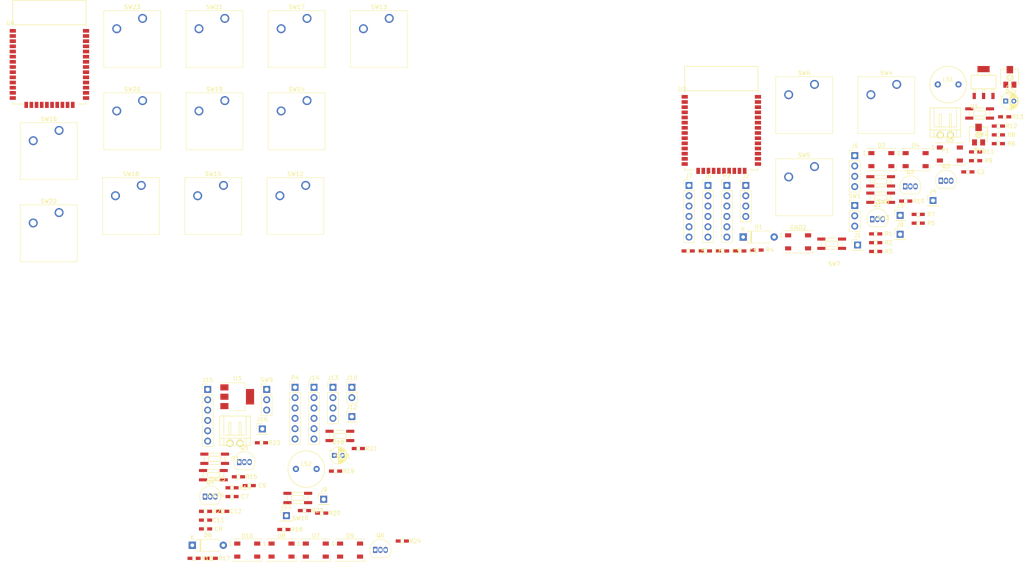
<source format=kicad_pcb>
(kicad_pcb (version 20171130) (host pcbnew "(5.1.5)-3")
  (layers (0 F.Cu signal) (31 B.Cu signal) (34 B.Paste user) (35 F.Paste user) (36 B.SilkS user) (37 F.SilkS user) (38 B.Mask user) (39 F.Mask user) (44 Edge.Cuts user))
  (net 0 "")
  (net 1 /Sheet5F548957/Vcc)
  (net 2 /Sheet5F548957/IO0)
  (net 3 /Sheet5F548957/EN)
  (net 4 /Sheet5F548957/3v3)
  (net 5 /Sheet5F548F88/Vcc)
  (net 6 /Sheet5F548F88/IO0)
  (net 7 /Sheet5F548F88/EN)
  (net 8 /Sheet5F548F88/3v3)
  (net 9 "Net-(D1-Pad2)")
  (net 10 "Net-(D1-Pad1)")
  (net 11 /Sheet5F548957/LEDs)
  (net 12 "Net-(D3-Pad2)")
  (net 13 "Net-(D4-Pad2)")
  (net 14 "Net-(D5-Pad2)")
  (net 15 "Net-(D6-Pad1)")
  (net 16 "Net-(D6-Pad2)")
  (net 17 "Net-(D7-Pad2)")
  (net 18 /Sheet5F548F88/LEDs)
  (net 19 "Net-(D8-Pad2)")
  (net 20 "Net-(D10-Pad4)")
  (net 21 "Net-(D10-Pad2)")
  (net 22 "Net-(J2-Pad4)")
  (net 23 "Net-(J2-Pad3)")
  (net 24 "Net-(J2-Pad2)")
  (net 25 "Net-(J2-Pad1)")
  (net 26 "Net-(J3-Pad1)")
  (net 27 "Net-(J4-Pad1)")
  (net 28 /Sheet5F548957/SCL)
  (net 29 /Sheet5F548957/SDA)
  (net 30 /Sheet5F548957/CS1)
  (net 31 /Sheet5F548957/SCK)
  (net 32 /Sheet5F548957/MOSI)
  (net 33 /Sheet5F548957/MISO)
  (net 34 /Sheet5F548957/CS2)
  (net 35 "Net-(J10-Pad1)")
  (net 36 "Net-(J10-Pad2)")
  (net 37 "Net-(J11-Pad1)")
  (net 38 "Net-(J12-Pad1)")
  (net 39 /Sheet5F548F88/SCL)
  (net 40 /Sheet5F548F88/SDA)
  (net 41 /Sheet5F548F88/CS1)
  (net 42 /Sheet5F548F88/SCK)
  (net 43 /Sheet5F548F88/MOSI)
  (net 44 /Sheet5F548F88/MISO)
  (net 45 /Sheet5F548F88/CS2)
  (net 46 /Sheet5F548957/RXD)
  (net 47 /Sheet5F548957/TXD)
  (net 48 /Sheet5F548957/RTS)
  (net 49 /Sheet5F548957/DTR)
  (net 50 /Sheet5F548F88/DTR)
  (net 51 /Sheet5F548F88/RTS)
  (net 52 /Sheet5F548F88/TXD)
  (net 53 /Sheet5F548F88/RXD)
  (net 54 "Net-(Q1-Pad3)")
  (net 55 "Net-(Q2-Pad3)")
  (net 56 /Sheet5F548957/spk)
  (net 57 "Net-(Q4-Pad3)")
  (net 58 "Net-(Q5-Pad3)")
  (net 59 /Sheet5F548F88/spk)
  (net 60 "Net-(R6-Pad1)")
  (net 61 /Sheet5F548957/enter)
  (net 62 /Sheet5F548957/conv)
  (net 63 /Sheet5F548957/back)
  (net 64 /Sheet5F548957/button1)
  (net 65 /Sheet5F548957/button2)
  (net 66 "Net-(R12-Pad2)")
  (net 67 /Sheet5F548957/jx)
  (net 68 /Sheet5F548957/jy)
  (net 69 "Net-(R13-Pad2)")
  (net 70 "Net-(R19-Pad1)")
  (net 71 /Sheet5F548F88/r1)
  (net 72 /Sheet5F548F88/r2)
  (net 73 /Sheet5F548F88/r3)
  (net 74 /Sheet5F548F88/r4)
  (net 75 /Sheet5F548F88/button1)
  (net 76 /Sheet5F548F88/button2)
  (net 77 "Net-(SW1-Pad1)")
  (net 78 "Net-(SW9-Pad1)")
  (net 79 /Sheet5F548F88/c1)
  (net 80 /Sheet5F548F88/c2)
  (net 81 /Sheet5F548F88/c3)
  (net 82 "Net-(U2-Pad32)")
  (net 83 "Net-(U2-Pad17)")
  (net 84 "Net-(U2-Pad18)")
  (net 85 "Net-(U2-Pad19)")
  (net 86 "Net-(U2-Pad20)")
  (net 87 "Net-(U2-Pad21)")
  (net 88 "Net-(U2-Pad22)")
  (net 89 "Net-(U4-Pad22)")
  (net 90 "Net-(U4-Pad21)")
  (net 91 "Net-(U4-Pad20)")
  (net 92 "Net-(U4-Pad19)")
  (net 93 "Net-(U4-Pad18)")
  (net 94 "Net-(U4-Pad17)")
  (net 95 "Net-(U4-Pad32)")
  (net 96 /Sheet5F548957/GND2)
  (net 97 /Sheet5F548F88/GND)
  (net 98 /Sheet5F548957/GND)
  (net 99 "Net-(D3-Pad4)")
  (module akizukit:SMD-1608 (layer F.Cu) (at 198.456 78.178001)
    (fp_text reference C1 (at 3.175 0) (layer F.SilkS))
    (fp_text value 0.1u)
    (pad 2 smd rect (at -1.016 0) (size 1.2 0.8) (layers F.Cu F.Paste F.Mask) (net 96 /Sheet5F548957/GND2))
    (pad 1 smd rect (at 1.016 0) (size 1.2 0.8) (layers F.Cu F.Paste F.Mask) (net 1 /Sheet5F548957/Vcc))
  )
  (module akizukit:SMD-1608 (layer F.Cu) (at 254.486 58.748001)
    (fp_text reference C2 (at 3.175 0) (layer F.SilkS))
    (fp_text value 0.1u)
    (pad 2 smd rect (at -1.016 0) (size 1.2 0.8) (layers F.Cu F.Paste F.Mask) (net 96 /Sheet5F548957/GND2))
    (pad 1 smd rect (at 1.016 0) (size 1.2 0.8) (layers F.Cu F.Paste F.Mask) (net 2 /Sheet5F548957/IO0))
  )
  (module akizukit:SMD-1608 (layer F.Cu) (at 194.226 78.178001)
    (fp_text reference C3 (at 3.175 0) (layer F.SilkS))
    (fp_text value 0.1u)
    (pad 2 smd rect (at -1.016 0) (size 1.2 0.8) (layers F.Cu F.Paste F.Mask) (net 96 /Sheet5F548957/GND2))
    (pad 1 smd rect (at 1.016 0) (size 1.2 0.8) (layers F.Cu F.Paste F.Mask) (net 3 /Sheet5F548957/EN))
  )
  (module Capacitor_THT:CP_Radial_D4.0mm_P2.00mm (layer F.Cu) (at 263.789802 41.350001)
    (fp_text reference C4 (at 1 -3.25) (layer F.SilkS))
    (fp_text value 100u)
    (pad 1 thru_hole rect (at 0 0) (size 1.2 1.2) (drill 0.6) (layers *.Cu *.Mask) (net 4 /Sheet5F548957/3v3))
    (pad 2 thru_hole circle (at 2 0) (size 1.2 1.2) (drill 0.6) (layers *.Cu *.Mask) (net 96 /Sheet5F548957/GND2))
  )
  (module akizukit:SMD-1608 (layer F.Cu) (at 185.766 78.178001)
    (fp_text reference C5 (at 3.175 0) (layer F.SilkS))
    (fp_text value 0.1u)
    (pad 2 smd rect (at -1.016 0) (size 1.2 0.8) (layers F.Cu F.Paste F.Mask) (net 96 /Sheet5F548957/GND2))
    (pad 1 smd rect (at 1.016 0) (size 1.2 0.8) (layers F.Cu F.Paste F.Mask) (net 4 /Sheet5F548957/3v3))
  )
  (module akizukit:SMD-1608 (layer F.Cu) (at 189.996 78.178001)
    (fp_text reference C6 (at 3.175 0) (layer F.SilkS))
    (fp_text value 0.1u)
    (pad 2 smd rect (at -1.016 0) (size 1.2 0.8) (layers F.Cu F.Paste F.Mask) (net 4 /Sheet5F548957/3v3))
    (pad 1 smd rect (at 1.016 0) (size 1.2 0.8) (layers F.Cu F.Paste F.Mask) (net 96 /Sheet5F548957/GND2))
  )
  (module akizukit:SMD-1608 (layer F.Cu) (at 73.686 138.523001)
    (fp_text reference C7 (at 3.175 0) (layer F.SilkS))
    (fp_text value 0.1u)
    (pad 1 smd rect (at 1.016 0) (size 1.2 0.8) (layers F.Cu F.Paste F.Mask) (net 5 /Sheet5F548F88/Vcc))
    (pad 2 smd rect (at -1.016 0) (size 1.2 0.8) (layers F.Cu F.Paste F.Mask) (net 97 /Sheet5F548F88/GND))
  )
  (module akizukit:SMD-1608 (layer F.Cu) (at 67.176 146.473001)
    (fp_text reference C8 (at 3.175 0) (layer F.SilkS))
    (fp_text value 0.1u)
    (pad 1 smd rect (at 1.016 0) (size 1.2 0.8) (layers F.Cu F.Paste F.Mask) (net 6 /Sheet5F548F88/IO0))
    (pad 2 smd rect (at -1.016 0) (size 1.2 0.8) (layers F.Cu F.Paste F.Mask) (net 97 /Sheet5F548F88/GND))
  )
  (module akizukit:SMD-1608 (layer F.Cu) (at 77.916 135.823001)
    (fp_text reference C9 (at 3.175 0) (layer F.SilkS))
    (fp_text value 0.1u)
    (pad 1 smd rect (at 1.016 0) (size 1.2 0.8) (layers F.Cu F.Paste F.Mask) (net 7 /Sheet5F548F88/EN))
    (pad 2 smd rect (at -1.016 0) (size 1.2 0.8) (layers F.Cu F.Paste F.Mask) (net 97 /Sheet5F548F88/GND))
  )
  (module Capacitor_THT:CP_Radial_D4.0mm_P2.00mm (layer F.Cu) (at 98.829802 128.410001)
    (fp_text reference C10 (at 1 -3.25) (layer F.SilkS))
    (fp_text value 100u)
    (pad 2 thru_hole circle (at 2 0) (size 1.2 1.2) (drill 0.6) (layers *.Cu *.Mask) (net 97 /Sheet5F548F88/GND))
    (pad 1 thru_hole rect (at 0 0) (size 1.2 1.2) (drill 0.6) (layers *.Cu *.Mask) (net 8 /Sheet5F548F88/3v3))
  )
  (module akizukit:SMD-1608 (layer F.Cu) (at 67.176 144.313001)
    (fp_text reference C11 (at 3.175 0) (layer F.SilkS))
    (fp_text value 0.1u)
    (pad 1 smd rect (at 1.016 0) (size 1.2 0.8) (layers F.Cu F.Paste F.Mask) (net 8 /Sheet5F548F88/3v3))
    (pad 2 smd rect (at -1.016 0) (size 1.2 0.8) (layers F.Cu F.Paste F.Mask) (net 97 /Sheet5F548F88/GND))
  )
  (module akizukit:SMD-1608 (layer F.Cu) (at 71.406 142.153001)
    (fp_text reference C12 (at 3.175 0) (layer F.SilkS))
    (fp_text value 0.1u)
    (pad 1 smd rect (at 1.016 0) (size 1.2 0.8) (layers F.Cu F.Paste F.Mask) (net 97 /Sheet5F548F88/GND))
    (pad 2 smd rect (at -1.016 0) (size 1.2 0.8) (layers F.Cu F.Paste F.Mask) (net 8 /Sheet5F548F88/3v3))
  )
  (module Diode_THT:D_A-405_P7.62mm_Horizontal (layer F.Cu) (at 199.275001 74.750001)
    (fp_text reference D1 (at 3.81 -2.47) (layer F.SilkS))
    (fp_text value DIODE)
    (fp_text user K (at 0 -1.9) (layer F.SilkS))
    (pad 2 thru_hole oval (at 7.62 0) (size 1.8 1.8) (drill 0.9) (layers *.Cu *.Mask) (net 9 "Net-(D1-Pad2)"))
    (pad 1 thru_hole rect (at 0 0) (size 1.8 1.8) (drill 0.9) (layers *.Cu *.Mask) (net 10 "Net-(D1-Pad1)"))
  )
  (module LED_SMD:LED_WS2812B_PLCC4_5.0x5.0mm_P3.2mm (layer F.Cu) (at 212.780001 75.935001)
    (fp_text reference GND2 (at 0 -3.5) (layer F.SilkS))
    (fp_text value WS2812B)
    (fp_text user 1 (at -4.15 -1.6) (layer F.SilkS))
    (pad 3 smd rect (at 2.45 1.6) (size 1.5 1) (layers F.Cu F.Paste F.Mask) (net 98 /Sheet5F548957/GND))
    (pad 4 smd rect (at 2.45 -1.6) (size 1.5 1) (layers F.Cu F.Paste F.Mask) (net 11 /Sheet5F548957/LEDs))
    (pad 2 smd rect (at -2.45 1.6) (size 1.5 1) (layers F.Cu F.Paste F.Mask) (net 99 "Net-(D3-Pad4)"))
    (pad 1 smd rect (at -2.45 -1.6) (size 1.5 1) (layers F.Cu F.Paste F.Mask) (net 4 /Sheet5F548957/3v3))
  )
  (module LED_SMD:LED_WS2812B_PLCC4_5.0x5.0mm_P3.2mm (layer F.Cu) (at 233.230001 55.735001)
    (fp_text reference D3 (at 0 -3.5) (layer F.SilkS))
    (fp_text value WS2812B)
    (fp_text user 1 (at -4.15 -1.6) (layer F.SilkS))
    (pad 3 smd rect (at 2.45 1.6) (size 1.5 1) (layers F.Cu F.Paste F.Mask) (net 98 /Sheet5F548957/GND))
    (pad 4 smd rect (at 2.45 -1.6) (size 1.5 1) (layers F.Cu F.Paste F.Mask) (net 99 "Net-(D3-Pad4)"))
    (pad 2 smd rect (at -2.45 1.6) (size 1.5 1) (layers F.Cu F.Paste F.Mask) (net 12 "Net-(D3-Pad2)"))
    (pad 1 smd rect (at -2.45 -1.6) (size 1.5 1) (layers F.Cu F.Paste F.Mask) (net 4 /Sheet5F548957/3v3))
  )
  (module LED_SMD:LED_WS2812B_PLCC4_5.0x5.0mm_P3.2mm (layer F.Cu) (at 241.650001 55.735001)
    (fp_text reference D4 (at 0 -3.5) (layer F.SilkS))
    (fp_text value WS2812B)
    (fp_text user 1 (at -4.15 -1.6) (layer F.SilkS))
    (pad 1 smd rect (at -2.45 -1.6) (size 1.5 1) (layers F.Cu F.Paste F.Mask) (net 4 /Sheet5F548957/3v3))
    (pad 2 smd rect (at -2.45 1.6) (size 1.5 1) (layers F.Cu F.Paste F.Mask) (net 13 "Net-(D4-Pad2)"))
    (pad 4 smd rect (at 2.45 -1.6) (size 1.5 1) (layers F.Cu F.Paste F.Mask) (net 12 "Net-(D3-Pad2)"))
    (pad 3 smd rect (at 2.45 1.6) (size 1.5 1) (layers F.Cu F.Paste F.Mask) (net 98 /Sheet5F548957/GND))
  )
  (module LED_SMD:LED_WS2812B_PLCC4_5.0x5.0mm_P3.2mm (layer F.Cu) (at 250.070001 54.355001)
    (fp_text reference D5 (at 0 -3.5) (layer F.SilkS))
    (fp_text value WS2812B)
    (fp_text user 1 (at -4.15 -1.6) (layer F.SilkS))
    (pad 1 smd rect (at -2.45 -1.6) (size 1.5 1) (layers F.Cu F.Paste F.Mask) (net 4 /Sheet5F548957/3v3))
    (pad 2 smd rect (at -2.45 1.6) (size 1.5 1) (layers F.Cu F.Paste F.Mask) (net 14 "Net-(D5-Pad2)"))
    (pad 4 smd rect (at 2.45 -1.6) (size 1.5 1) (layers F.Cu F.Paste F.Mask) (net 13 "Net-(D4-Pad2)"))
    (pad 3 smd rect (at 2.45 1.6) (size 1.5 1) (layers F.Cu F.Paste F.Mask) (net 98 /Sheet5F548957/GND))
  )
  (module Diode_THT:D_A-405_P7.62mm_Horizontal (layer F.Cu) (at 63.920001 150.490001)
    (fp_text reference D6 (at 3.81 -2.47) (layer F.SilkS))
    (fp_text value DIODE)
    (fp_text user K (at 0 -1.9) (layer F.SilkS))
    (pad 1 thru_hole rect (at 0 0) (size 1.8 1.8) (drill 0.9) (layers *.Cu *.Mask) (net 15 "Net-(D6-Pad1)"))
    (pad 2 thru_hole oval (at 7.62 0) (size 1.8 1.8) (drill 0.9) (layers *.Cu *.Mask) (net 16 "Net-(D6-Pad2)"))
  )
  (module LED_SMD:LED_WS2812B_PLCC4_5.0x5.0mm_P3.2mm (layer F.Cu) (at 94.265001 151.675001)
    (fp_text reference D7 (at 0 -3.5) (layer F.SilkS))
    (fp_text value WS2812B)
    (fp_text user 1 (at -4.15 -1.6) (layer F.SilkS))
    (pad 1 smd rect (at -2.45 -1.6) (size 1.5 1) (layers F.Cu F.Paste F.Mask) (net 8 /Sheet5F548F88/3v3))
    (pad 2 smd rect (at -2.45 1.6) (size 1.5 1) (layers F.Cu F.Paste F.Mask) (net 17 "Net-(D7-Pad2)"))
    (pad 4 smd rect (at 2.45 -1.6) (size 1.5 1) (layers F.Cu F.Paste F.Mask) (net 18 /Sheet5F548F88/LEDs))
    (pad 3 smd rect (at 2.45 1.6) (size 1.5 1) (layers F.Cu F.Paste F.Mask) (net 97 /Sheet5F548F88/GND))
  )
  (module LED_SMD:LED_WS2812B_PLCC4_5.0x5.0mm_P3.2mm (layer F.Cu) (at 85.845001 151.675001)
    (fp_text reference D8 (at 0 -3.5) (layer F.SilkS))
    (fp_text value WS2812B)
    (fp_text user 1 (at -4.15 -1.6) (layer F.SilkS))
    (pad 3 smd rect (at 2.45 1.6) (size 1.5 1) (layers F.Cu F.Paste F.Mask) (net 97 /Sheet5F548F88/GND))
    (pad 4 smd rect (at 2.45 -1.6) (size 1.5 1) (layers F.Cu F.Paste F.Mask) (net 17 "Net-(D7-Pad2)"))
    (pad 2 smd rect (at -2.45 1.6) (size 1.5 1) (layers F.Cu F.Paste F.Mask) (net 19 "Net-(D8-Pad2)"))
    (pad 1 smd rect (at -2.45 -1.6) (size 1.5 1) (layers F.Cu F.Paste F.Mask) (net 8 /Sheet5F548F88/3v3))
  )
  (module LED_SMD:LED_WS2812B_PLCC4_5.0x5.0mm_P3.2mm (layer F.Cu) (at 102.685001 151.675001)
    (fp_text reference D9 (at 0 -3.5) (layer F.SilkS))
    (fp_text value WS2812B)
    (fp_text user 1 (at -4.15 -1.6) (layer F.SilkS))
    (pad 3 smd rect (at 2.45 1.6) (size 1.5 1) (layers F.Cu F.Paste F.Mask) (net 97 /Sheet5F548F88/GND))
    (pad 4 smd rect (at 2.45 -1.6) (size 1.5 1) (layers F.Cu F.Paste F.Mask) (net 19 "Net-(D8-Pad2)"))
    (pad 2 smd rect (at -2.45 1.6) (size 1.5 1) (layers F.Cu F.Paste F.Mask) (net 20 "Net-(D10-Pad4)"))
    (pad 1 smd rect (at -2.45 -1.6) (size 1.5 1) (layers F.Cu F.Paste F.Mask) (net 8 /Sheet5F548F88/3v3))
  )
  (module LED_SMD:LED_WS2812B_PLCC4_5.0x5.0mm_P3.2mm (layer F.Cu) (at 77.425001 151.675001)
    (fp_text reference D10 (at 0 -3.5) (layer F.SilkS))
    (fp_text value WS2812B)
    (fp_text user 1 (at -4.15 -1.6) (layer F.SilkS))
    (pad 1 smd rect (at -2.45 -1.6) (size 1.5 1) (layers F.Cu F.Paste F.Mask) (net 8 /Sheet5F548F88/3v3))
    (pad 2 smd rect (at -2.45 1.6) (size 1.5 1) (layers F.Cu F.Paste F.Mask) (net 21 "Net-(D10-Pad2)"))
    (pad 4 smd rect (at 2.45 -1.6) (size 1.5 1) (layers F.Cu F.Paste F.Mask) (net 20 "Net-(D10-Pad4)"))
    (pad 3 smd rect (at 2.45 1.6) (size 1.5 1) (layers F.Cu F.Paste F.Mask) (net 97 /Sheet5F548F88/GND))
  )
  (module Connector_PinHeader_2.54mm:PinHeader_1x01_P2.54mm_Vertical (layer F.Cu) (at 227.395001 76.700001)
    (fp_text reference J1 (at 0 -2.33) (layer F.SilkS))
    (fp_text value Conn_01x01)
    (pad 1 thru_hole rect (at 0 0) (size 1.7 1.7) (drill 1) (layers *.Cu *.Mask) (net 4 /Sheet5F548957/3v3))
  )
  (module Connector_PinHeader_2.54mm:PinHeader_1x04_P2.54mm_Vertical (layer F.Cu) (at 199.925001 62.070001)
    (fp_text reference J2 (at 0 -2.33) (layer F.SilkS))
    (fp_text value Conn_01x04)
    (pad 4 thru_hole oval (at 0 7.62) (size 1.7 1.7) (drill 1) (layers *.Cu *.Mask) (net 22 "Net-(J2-Pad4)"))
    (pad 3 thru_hole oval (at 0 5.08) (size 1.7 1.7) (drill 1) (layers *.Cu *.Mask) (net 23 "Net-(J2-Pad3)"))
    (pad 2 thru_hole oval (at 0 2.54) (size 1.7 1.7) (drill 1) (layers *.Cu *.Mask) (net 24 "Net-(J2-Pad2)"))
    (pad 1 thru_hole rect (at 0 0) (size 1.7 1.7) (drill 1) (layers *.Cu *.Mask) (net 25 "Net-(J2-Pad1)"))
  )
  (module Connector_PinHeader_2.54mm:PinHeader_1x01_P2.54mm_Vertical (layer F.Cu) (at 237.855001 69.430001)
    (fp_text reference J3 (at 0 -2.33) (layer F.SilkS))
    (fp_text value Conn_01x01)
    (pad 1 thru_hole rect (at 0 0) (size 1.7 1.7) (drill 1) (layers *.Cu *.Mask) (net 26 "Net-(J3-Pad1)"))
  )
  (module Connector_PinHeader_2.54mm:PinHeader_1x01_P2.54mm_Vertical (layer F.Cu) (at 245.935001 65.780001)
    (fp_text reference J4 (at 0 -2.33) (layer F.SilkS))
    (fp_text value Conn_01x01)
    (pad 1 thru_hole rect (at 0 0) (size 1.7 1.7) (drill 1) (layers *.Cu *.Mask) (net 27 "Net-(J4-Pad1)"))
  )
  (module Connector_PinHeader_2.54mm:PinHeader_1x04_P2.54mm_Vertical (layer F.Cu) (at 226.695001 54.750001)
    (fp_text reference J5 (at 0 -2.33) (layer F.SilkS))
    (fp_text value Conn_01x04)
    (pad 1 thru_hole rect (at 0 0) (size 1.7 1.7) (drill 1) (layers *.Cu *.Mask) (net 28 /Sheet5F548957/SCL))
    (pad 2 thru_hole oval (at 0 2.54) (size 1.7 1.7) (drill 1) (layers *.Cu *.Mask) (net 96 /Sheet5F548957/GND2))
    (pad 3 thru_hole oval (at 0 5.08) (size 1.7 1.7) (drill 1) (layers *.Cu *.Mask) (net 4 /Sheet5F548957/3v3))
    (pad 4 thru_hole oval (at 0 7.62) (size 1.7 1.7) (drill 1) (layers *.Cu *.Mask) (net 29 /Sheet5F548957/SDA))
  )
  (module Connector_PinHeader_2.54mm:PinHeader_1x06_P2.54mm_Vertical (layer F.Cu) (at 190.625001 62.070001)
    (fp_text reference J6 (at 0 -2.33) (layer F.SilkS))
    (fp_text value Conn_01x06)
    (pad 6 thru_hole oval (at 0 12.7) (size 1.7 1.7) (drill 1) (layers *.Cu *.Mask) (net 30 /Sheet5F548957/CS1))
    (pad 5 thru_hole oval (at 0 10.16) (size 1.7 1.7) (drill 1) (layers *.Cu *.Mask) (net 31 /Sheet5F548957/SCK))
    (pad 4 thru_hole oval (at 0 7.62) (size 1.7 1.7) (drill 1) (layers *.Cu *.Mask) (net 4 /Sheet5F548957/3v3))
    (pad 3 thru_hole oval (at 0 5.08) (size 1.7 1.7) (drill 1) (layers *.Cu *.Mask) (net 96 /Sheet5F548957/GND2))
    (pad 2 thru_hole oval (at 0 2.54) (size 1.7 1.7) (drill 1) (layers *.Cu *.Mask) (net 32 /Sheet5F548957/MOSI))
    (pad 1 thru_hole rect (at 0 0) (size 1.7 1.7) (drill 1) (layers *.Cu *.Mask) (net 33 /Sheet5F548957/MISO))
  )
  (module Connector_PinHeader_2.54mm:PinHeader_1x06_P2.54mm_Vertical (layer F.Cu) (at 185.975001 62.070001)
    (fp_text reference J7 (at 0 -2.33) (layer F.SilkS))
    (fp_text value Conn_01x06)
    (pad 1 thru_hole rect (at 0 0) (size 1.7 1.7) (drill 1) (layers *.Cu *.Mask) (net 33 /Sheet5F548957/MISO))
    (pad 2 thru_hole oval (at 0 2.54) (size 1.7 1.7) (drill 1) (layers *.Cu *.Mask) (net 32 /Sheet5F548957/MOSI))
    (pad 3 thru_hole oval (at 0 5.08) (size 1.7 1.7) (drill 1) (layers *.Cu *.Mask) (net 96 /Sheet5F548957/GND2))
    (pad 4 thru_hole oval (at 0 7.62) (size 1.7 1.7) (drill 1) (layers *.Cu *.Mask) (net 4 /Sheet5F548957/3v3))
    (pad 5 thru_hole oval (at 0 10.16) (size 1.7 1.7) (drill 1) (layers *.Cu *.Mask) (net 31 /Sheet5F548957/SCK))
    (pad 6 thru_hole oval (at 0 12.7) (size 1.7 1.7) (drill 1) (layers *.Cu *.Mask) (net 34 /Sheet5F548957/CS2))
  )
  (module Connector_PinHeader_2.54mm:PinHeader_1x01_P2.54mm_Vertical (layer F.Cu) (at 237.855001 74.080001)
    (fp_text reference J8 (at 0 -2.33) (layer F.SilkS))
    (fp_text value Conn_01x01)
    (pad 1 thru_hole rect (at 0 0) (size 1.7 1.7) (drill 1) (layers *.Cu *.Mask) (net 96 /Sheet5F548957/GND2))
  )
  (module Connector_PinHeader_2.54mm:PinHeader_1x01_P2.54mm_Vertical (layer F.Cu) (at 96.205001 139.180001)
    (fp_text reference J9 (at 0 -2.33) (layer F.SilkS))
    (fp_text value Conn_01x01)
    (pad 1 thru_hole rect (at 0 0) (size 1.7 1.7) (drill 1) (layers *.Cu *.Mask) (net 8 /Sheet5F548F88/3v3))
  )
  (module Connector_PinHeader_2.54mm:PinHeader_1x02_P2.54mm_Vertical (layer F.Cu) (at 103.125001 111.680001)
    (fp_text reference J10 (at 0 -2.33) (layer F.SilkS))
    (fp_text value Conn_01x02)
    (pad 1 thru_hole rect (at 0 0) (size 1.7 1.7) (drill 1) (layers *.Cu *.Mask) (net 35 "Net-(J10-Pad1)"))
    (pad 2 thru_hole oval (at 0 2.54) (size 1.7 1.7) (drill 1) (layers *.Cu *.Mask) (net 36 "Net-(J10-Pad2)"))
  )
  (module Connector_PinHeader_2.54mm:PinHeader_1x01_P2.54mm_Vertical (layer F.Cu) (at 87.045001 143.210001)
    (fp_text reference J11 (at 0 -2.33) (layer F.SilkS))
    (fp_text value Conn_01x01)
    (pad 1 thru_hole rect (at 0 0) (size 1.7 1.7) (drill 1) (layers *.Cu *.Mask) (net 37 "Net-(J11-Pad1)"))
  )
  (module Connector_PinHeader_2.54mm:PinHeader_1x01_P2.54mm_Vertical (layer F.Cu) (at 103.125001 118.880001)
    (fp_text reference J12 (at 0 -2.33) (layer F.SilkS))
    (fp_text value Conn_01x01)
    (pad 1 thru_hole rect (at 0 0) (size 1.7 1.7) (drill 1) (layers *.Cu *.Mask) (net 38 "Net-(J12-Pad1)"))
  )
  (module Connector_PinHeader_2.54mm:PinHeader_1x04_P2.54mm_Vertical (layer F.Cu) (at 98.475001 111.680001)
    (fp_text reference J13 (at 0 -2.33) (layer F.SilkS))
    (fp_text value Conn_01x04)
    (pad 1 thru_hole rect (at 0 0) (size 1.7 1.7) (drill 1) (layers *.Cu *.Mask) (net 39 /Sheet5F548F88/SCL))
    (pad 2 thru_hole oval (at 0 2.54) (size 1.7 1.7) (drill 1) (layers *.Cu *.Mask) (net 97 /Sheet5F548F88/GND))
    (pad 3 thru_hole oval (at 0 5.08) (size 1.7 1.7) (drill 1) (layers *.Cu *.Mask) (net 8 /Sheet5F548F88/3v3))
    (pad 4 thru_hole oval (at 0 7.62) (size 1.7 1.7) (drill 1) (layers *.Cu *.Mask) (net 40 /Sheet5F548F88/SDA))
  )
  (module Connector_PinHeader_2.54mm:PinHeader_1x06_P2.54mm_Vertical (layer F.Cu) (at 93.825001 111.680001)
    (fp_text reference J14 (at 0 -2.33) (layer F.SilkS))
    (fp_text value Conn_01x06)
    (pad 6 thru_hole oval (at 0 12.7) (size 1.7 1.7) (drill 1) (layers *.Cu *.Mask) (net 41 /Sheet5F548F88/CS1))
    (pad 5 thru_hole oval (at 0 10.16) (size 1.7 1.7) (drill 1) (layers *.Cu *.Mask) (net 42 /Sheet5F548F88/SCK))
    (pad 4 thru_hole oval (at 0 7.62) (size 1.7 1.7) (drill 1) (layers *.Cu *.Mask) (net 8 /Sheet5F548F88/3v3))
    (pad 3 thru_hole oval (at 0 5.08) (size 1.7 1.7) (drill 1) (layers *.Cu *.Mask) (net 97 /Sheet5F548F88/GND))
    (pad 2 thru_hole oval (at 0 2.54) (size 1.7 1.7) (drill 1) (layers *.Cu *.Mask) (net 43 /Sheet5F548F88/MOSI))
    (pad 1 thru_hole rect (at 0 0) (size 1.7 1.7) (drill 1) (layers *.Cu *.Mask) (net 44 /Sheet5F548F88/MISO))
  )
  (module Connector_PinHeader_2.54mm:PinHeader_1x06_P2.54mm_Vertical (layer F.Cu) (at 67.705001 112.195001)
    (fp_text reference J15 (at 0 -2.33) (layer F.SilkS))
    (fp_text value Conn_01x06)
    (pad 1 thru_hole rect (at 0 0) (size 1.7 1.7) (drill 1) (layers *.Cu *.Mask) (net 44 /Sheet5F548F88/MISO))
    (pad 2 thru_hole oval (at 0 2.54) (size 1.7 1.7) (drill 1) (layers *.Cu *.Mask) (net 43 /Sheet5F548F88/MOSI))
    (pad 3 thru_hole oval (at 0 5.08) (size 1.7 1.7) (drill 1) (layers *.Cu *.Mask) (net 97 /Sheet5F548F88/GND))
    (pad 4 thru_hole oval (at 0 7.62) (size 1.7 1.7) (drill 1) (layers *.Cu *.Mask) (net 8 /Sheet5F548F88/3v3))
    (pad 5 thru_hole oval (at 0 10.16) (size 1.7 1.7) (drill 1) (layers *.Cu *.Mask) (net 42 /Sheet5F548F88/SCK))
    (pad 6 thru_hole oval (at 0 12.7) (size 1.7 1.7) (drill 1) (layers *.Cu *.Mask) (net 45 /Sheet5F548F88/CS2))
  )
  (module Connector_PinHeader_2.54mm:PinHeader_1x01_P2.54mm_Vertical (layer F.Cu) (at 81.125001 121.895001)
    (fp_text reference J16 (at 0 -2.33) (layer F.SilkS))
    (fp_text value Conn_01x01)
    (pad 1 thru_hole rect (at 0 0) (size 1.7 1.7) (drill 1) (layers *.Cu *.Mask) (net 97 /Sheet5F548F88/GND))
  )
  (module akizukit:small_speaker (layer F.Cu) (at 249.645001 37.300001)
    (fp_text reference LS1 (at 0 -1.27) (layer F.SilkS))
    (fp_text value Speaker)
    (pad 1 thru_hole circle (at -2.54 -0.04) (size 1.524 1.524) (drill 0.762) (layers *.Cu *.Mask) (net 9 "Net-(D1-Pad2)"))
    (pad 2 thru_hole circle (at 2.54 -0.04) (size 1.524 1.524) (drill 0.762) (layers *.Cu *.Mask) (net 10 "Net-(D1-Pad1)"))
  )
  (module akizukit:small_speaker (layer F.Cu) (at 91.925001 131.780001)
    (fp_text reference LS2 (at 0 -1.27) (layer F.SilkS))
    (fp_text value Speaker)
    (pad 2 thru_hole circle (at 2.54 -0.04) (size 1.524 1.524) (drill 0.762) (layers *.Cu *.Mask) (net 15 "Net-(D6-Pad1)"))
    (pad 1 thru_hole circle (at -2.54 -0.04) (size 1.524 1.524) (drill 0.762) (layers *.Cu *.Mask) (net 16 "Net-(D6-Pad2)"))
  )
  (module akizukit:Connector_EH_2pin (layer F.Cu) (at 248.955001 49.700001)
    (fp_text reference P1 (at 0 3.81) (layer F.SilkS))
    (fp_text value CONN_01X02)
    (pad 1 thru_hole circle (at -1.25 0) (size 1.7 1.7) (drill 1) (layers *.Cu *.Mask F.SilkS) (net 96 /Sheet5F548957/GND2))
    (pad 2 thru_hole circle (at 1.25 0) (size 1.7 1.7) (drill 1) (layers *.Cu *.Mask F.SilkS) (net 1 /Sheet5F548957/Vcc))
  )
  (module Connector_PinHeader_2.54mm:PinHeader_1x06_P2.54mm_Vertical (layer F.Cu) (at 195.275001 62.070001)
    (fp_text reference P2 (at 0 -2.33) (layer F.SilkS))
    (fp_text value CONN_01X06)
    (pad 1 thru_hole rect (at 0 0) (size 1.7 1.7) (drill 1) (layers *.Cu *.Mask) (net 4 /Sheet5F548957/3v3))
    (pad 2 thru_hole oval (at 0 2.54) (size 1.7 1.7) (drill 1) (layers *.Cu *.Mask) (net 46 /Sheet5F548957/RXD))
    (pad 3 thru_hole oval (at 0 5.08) (size 1.7 1.7) (drill 1) (layers *.Cu *.Mask) (net 47 /Sheet5F548957/TXD))
    (pad 4 thru_hole oval (at 0 7.62) (size 1.7 1.7) (drill 1) (layers *.Cu *.Mask) (net 48 /Sheet5F548957/RTS))
    (pad 5 thru_hole oval (at 0 10.16) (size 1.7 1.7) (drill 1) (layers *.Cu *.Mask) (net 49 /Sheet5F548957/DTR))
    (pad 6 thru_hole oval (at 0 12.7) (size 1.7 1.7) (drill 1) (layers *.Cu *.Mask) (net 96 /Sheet5F548957/GND2))
  )
  (module akizukit:Connector_EH_2pin (layer F.Cu) (at 74.415001 125.445001)
    (fp_text reference P3 (at 0 3.81) (layer F.SilkS))
    (fp_text value CONN_01X02)
    (pad 2 thru_hole circle (at 1.25 0) (size 1.7 1.7) (drill 1) (layers *.Cu *.Mask F.SilkS) (net 5 /Sheet5F548F88/Vcc))
    (pad 1 thru_hole circle (at -1.25 0) (size 1.7 1.7) (drill 1) (layers *.Cu *.Mask F.SilkS) (net 97 /Sheet5F548F88/GND))
  )
  (module Connector_PinHeader_2.54mm:PinHeader_1x06_P2.54mm_Vertical (layer F.Cu) (at 89.175001 111.680001)
    (fp_text reference P4 (at 0 -2.33) (layer F.SilkS))
    (fp_text value CONN_01X06)
    (pad 6 thru_hole oval (at 0 12.7) (size 1.7 1.7) (drill 1) (layers *.Cu *.Mask) (net 97 /Sheet5F548F88/GND))
    (pad 5 thru_hole oval (at 0 10.16) (size 1.7 1.7) (drill 1) (layers *.Cu *.Mask) (net 50 /Sheet5F548F88/DTR))
    (pad 4 thru_hole oval (at 0 7.62) (size 1.7 1.7) (drill 1) (layers *.Cu *.Mask) (net 51 /Sheet5F548F88/RTS))
    (pad 3 thru_hole oval (at 0 5.08) (size 1.7 1.7) (drill 1) (layers *.Cu *.Mask) (net 52 /Sheet5F548F88/TXD))
    (pad 2 thru_hole oval (at 0 2.54) (size 1.7 1.7) (drill 1) (layers *.Cu *.Mask) (net 53 /Sheet5F548F88/RXD))
    (pad 1 thru_hole rect (at 0 0) (size 1.7 1.7) (drill 1) (layers *.Cu *.Mask) (net 8 /Sheet5F548F88/3v3))
  )
  (module Package_TO_SOT_THT:TO-92_Inline (layer F.Cu) (at 231.005001 70.360001)
    (fp_text reference Q1 (at 1.27 -3.56) (layer F.SilkS))
    (fp_text value 2SC1815)
    (pad 2 thru_hole oval (at 1.27 0) (size 1.05 1.5) (drill 0.75) (layers *.Cu *.Mask) (net 3 /Sheet5F548957/EN))
    (pad 3 thru_hole oval (at 2.54 0) (size 1.05 1.5) (drill 0.75) (layers *.Cu *.Mask) (net 54 "Net-(Q1-Pad3)"))
    (pad 1 thru_hole rect (at 0 0) (size 1.05 1.5) (drill 0.75) (layers *.Cu *.Mask) (net 48 /Sheet5F548957/RTS))
  )
  (module Package_TO_SOT_THT:TO-92_Inline (layer F.Cu) (at 239.085001 62.300001)
    (fp_text reference Q2 (at 1.27 -3.56) (layer F.SilkS))
    (fp_text value 2SC1815)
    (pad 1 thru_hole rect (at 0 0) (size 1.05 1.5) (drill 0.75) (layers *.Cu *.Mask) (net 2 /Sheet5F548957/IO0))
    (pad 3 thru_hole oval (at 2.54 0) (size 1.05 1.5) (drill 0.75) (layers *.Cu *.Mask) (net 55 "Net-(Q2-Pad3)"))
    (pad 2 thru_hole oval (at 1.27 0) (size 1.05 1.5) (drill 0.75) (layers *.Cu *.Mask) (net 49 /Sheet5F548957/DTR))
  )
  (module Package_TO_SOT_THT:TO-92_Inline (layer F.Cu) (at 247.845001 60.920001)
    (fp_text reference Q3 (at 1.27 -3.56) (layer F.SilkS))
    (fp_text value 2SC1815)
    (pad 1 thru_hole rect (at 0 0) (size 1.05 1.5) (drill 0.75) (layers *.Cu *.Mask) (net 96 /Sheet5F548957/GND2))
    (pad 3 thru_hole oval (at 2.54 0) (size 1.05 1.5) (drill 0.75) (layers *.Cu *.Mask) (net 56 /Sheet5F548957/spk))
    (pad 2 thru_hole oval (at 1.27 0) (size 1.05 1.5) (drill 0.75) (layers *.Cu *.Mask) (net 10 "Net-(D1-Pad1)"))
  )
  (module Package_TO_SOT_THT:TO-92_Inline (layer F.Cu) (at 67.045001 138.535001)
    (fp_text reference Q4 (at 1.27 -3.56) (layer F.SilkS))
    (fp_text value 2SC1815)
    (pad 2 thru_hole oval (at 1.27 0) (size 1.05 1.5) (drill 0.75) (layers *.Cu *.Mask) (net 7 /Sheet5F548F88/EN))
    (pad 3 thru_hole oval (at 2.54 0) (size 1.05 1.5) (drill 0.75) (layers *.Cu *.Mask) (net 57 "Net-(Q4-Pad3)"))
    (pad 1 thru_hole rect (at 0 0) (size 1.05 1.5) (drill 0.75) (layers *.Cu *.Mask) (net 51 /Sheet5F548F88/RTS))
  )
  (module Package_TO_SOT_THT:TO-92_Inline (layer F.Cu) (at 75.445001 130.045001)
    (fp_text reference Q5 (at 1.27 -3.56) (layer F.SilkS))
    (fp_text value 2SC1815)
    (pad 1 thru_hole rect (at 0 0) (size 1.05 1.5) (drill 0.75) (layers *.Cu *.Mask) (net 6 /Sheet5F548F88/IO0))
    (pad 3 thru_hole oval (at 2.54 0) (size 1.05 1.5) (drill 0.75) (layers *.Cu *.Mask) (net 58 "Net-(Q5-Pad3)"))
    (pad 2 thru_hole oval (at 1.27 0) (size 1.05 1.5) (drill 0.75) (layers *.Cu *.Mask) (net 50 /Sheet5F548F88/DTR))
  )
  (module Package_TO_SOT_THT:TO-92_Inline (layer F.Cu) (at 108.880001 151.620001)
    (fp_text reference Q6 (at 1.27 -3.56) (layer F.SilkS))
    (fp_text value 2SC1815)
    (pad 2 thru_hole oval (at 1.27 0) (size 1.05 1.5) (drill 0.75) (layers *.Cu *.Mask) (net 15 "Net-(D6-Pad1)"))
    (pad 3 thru_hole oval (at 2.54 0) (size 1.05 1.5) (drill 0.75) (layers *.Cu *.Mask) (net 59 /Sheet5F548F88/spk))
    (pad 1 thru_hole rect (at 0 0) (size 1.05 1.5) (drill 0.75) (layers *.Cu *.Mask) (net 97 /Sheet5F548F88/GND))
  )
  (module akizukit:SMD-1608 (layer F.Cu) (at 231.836 73.978001)
    (fp_text reference R1 (at 3.175 0) (layer F.SilkS))
    (fp_text value 1k)
    (pad 1 smd rect (at 1.016 0) (size 1.2 0.8) (layers F.Cu F.Paste F.Mask) (net 54 "Net-(Q1-Pad3)"))
    (pad 2 smd rect (at -1.016 0) (size 1.2 0.8) (layers F.Cu F.Paste F.Mask) (net 49 /Sheet5F548957/DTR))
  )
  (module akizukit:SMD-1608 (layer F.Cu) (at 231.836 76.138001)
    (fp_text reference R2 (at 3.175 0) (layer F.SilkS))
    (fp_text value 1k)
    (pad 1 smd rect (at 1.016 0) (size 1.2 0.8) (layers F.Cu F.Paste F.Mask) (net 55 "Net-(Q2-Pad3)"))
    (pad 2 smd rect (at -1.016 0) (size 1.2 0.8) (layers F.Cu F.Paste F.Mask) (net 48 /Sheet5F548957/RTS))
  )
  (module akizukit:SMD-1608 (layer F.Cu) (at 231.836 78.298001)
    (fp_text reference R3 (at 3.175 0) (layer F.SilkS))
    (fp_text value 1k)
    (pad 1 smd rect (at 1.016 0) (size 1.2 0.8) (layers F.Cu F.Paste F.Mask) (net 4 /Sheet5F548957/3v3))
    (pad 2 smd rect (at -1.016 0) (size 1.2 0.8) (layers F.Cu F.Paste F.Mask) (net 2 /Sheet5F548957/IO0))
  )
  (module akizukit:SMD-1608 (layer F.Cu) (at 202.686 77.958001)
    (fp_text reference R4 (at 3.175 0) (layer F.SilkS))
    (fp_text value 1k)
    (pad 1 smd rect (at 1.016 0) (size 1.2 0.8) (layers F.Cu F.Paste F.Mask) (net 4 /Sheet5F548957/3v3))
    (pad 2 smd rect (at -1.016 0) (size 1.2 0.8) (layers F.Cu F.Paste F.Mask) (net 3 /Sheet5F548957/EN))
  )
  (module akizukit:SMD-1608 (layer F.Cu) (at 242.296 71.348001)
    (fp_text reference R5 (at 3.175 0) (layer F.SilkS))
    (fp_text value 1k)
    (pad 2 smd rect (at -1.016 0) (size 1.2 0.8) (layers F.Cu F.Paste F.Mask) (net 4 /Sheet5F548957/3v3))
    (pad 1 smd rect (at 1.016 0) (size 1.2 0.8) (layers F.Cu F.Paste F.Mask) (net 9 "Net-(D1-Pad2)"))
  )
  (module akizukit:SMD-1608 (layer F.Cu) (at 261.986 51.808001)
    (fp_text reference R6 (at 3.175 0) (layer F.SilkS))
    (fp_text value 1k)
    (pad 2 smd rect (at -1.016 0) (size 1.2 0.8) (layers F.Cu F.Paste F.Mask) (net 96 /Sheet5F548957/GND2))
    (pad 1 smd rect (at 1.016 0) (size 1.2 0.8) (layers F.Cu F.Paste F.Mask) (net 60 "Net-(R6-Pad1)"))
  )
  (module akizukit:SMD-1608 (layer F.Cu) (at 242.296 69.188001)
    (fp_text reference R7 (at 3.175 0) (layer F.SilkS))
    (fp_text value 1k)
    (pad 1 smd rect (at 1.016 0) (size 1.2 0.8) (layers F.Cu F.Paste F.Mask) (net 61 /Sheet5F548957/enter))
    (pad 2 smd rect (at -1.016 0) (size 1.2 0.8) (layers F.Cu F.Paste F.Mask) (net 4 /Sheet5F548957/3v3))
  )
  (module akizukit:SMD-1608 (layer F.Cu) (at 261.986 49.648001)
    (fp_text reference R8 (at 3.175 0) (layer F.SilkS))
    (fp_text value 1k)
    (pad 2 smd rect (at -1.016 0) (size 1.2 0.8) (layers F.Cu F.Paste F.Mask) (net 4 /Sheet5F548957/3v3))
    (pad 1 smd rect (at 1.016 0) (size 1.2 0.8) (layers F.Cu F.Paste F.Mask) (net 62 /Sheet5F548957/conv))
  )
  (module akizukit:SMD-1608 (layer F.Cu) (at 256.396 55.998001)
    (fp_text reference R9 (at 3.175 0) (layer F.SilkS))
    (fp_text value 1k)
    (pad 1 smd rect (at 1.016 0) (size 1.2 0.8) (layers F.Cu F.Paste F.Mask) (net 63 /Sheet5F548957/back))
    (pad 2 smd rect (at -1.016 0) (size 1.2 0.8) (layers F.Cu F.Paste F.Mask) (net 4 /Sheet5F548957/3v3))
  )
  (module akizukit:SMD-1608 (layer F.Cu) (at 239.216 65.918001)
    (fp_text reference R10 (at 3.175 0) (layer F.SilkS))
    (fp_text value 1k)
    (pad 1 smd rect (at 1.016 0) (size 1.2 0.8) (layers F.Cu F.Paste F.Mask) (net 64 /Sheet5F548957/button1))
    (pad 2 smd rect (at -1.016 0) (size 1.2 0.8) (layers F.Cu F.Paste F.Mask) (net 4 /Sheet5F548957/3v3))
  )
  (module akizukit:SMD-1608 (layer F.Cu) (at 256.396 53.838001)
    (fp_text reference R11 (at 3.175 0) (layer F.SilkS))
    (fp_text value 1k)
    (pad 2 smd rect (at -1.016 0) (size 1.2 0.8) (layers F.Cu F.Paste F.Mask) (net 4 /Sheet5F548957/3v3))
    (pad 1 smd rect (at 1.016 0) (size 1.2 0.8) (layers F.Cu F.Paste F.Mask) (net 65 /Sheet5F548957/button2))
  )
  (module akizukit:SMD-1608 (layer F.Cu) (at 261.986 47.488001)
    (fp_text reference R12 (at 3.175 0) (layer F.SilkS))
    (fp_text value 100)
    (pad 2 smd rect (at -1.016 0) (size 1.2 0.8) (layers F.Cu F.Paste F.Mask) (net 66 "Net-(R12-Pad2)"))
    (pad 1 smd rect (at 1.016 0) (size 1.2 0.8) (layers F.Cu F.Paste F.Mask) (net 67 /Sheet5F548957/jx))
  )
  (module akizukit:SMD-1608 (layer F.Cu) (at 263.536 45.208001)
    (fp_text reference R13 (at 3.175 0) (layer F.SilkS))
    (fp_text value 100)
    (pad 1 smd rect (at 1.016 0) (size 1.2 0.8) (layers F.Cu F.Paste F.Mask) (net 68 /Sheet5F548957/jy))
    (pad 2 smd rect (at -1.016 0) (size 1.2 0.8) (layers F.Cu F.Paste F.Mask) (net 69 "Net-(R13-Pad2)"))
  )
  (module akizukit:SMD-1608 (layer F.Cu) (at 73.686 136.363001)
    (fp_text reference R14 (at 3.175 0) (layer F.SilkS))
    (fp_text value 1k)
    (pad 2 smd rect (at -1.016 0) (size 1.2 0.8) (layers F.Cu F.Paste F.Mask) (net 50 /Sheet5F548F88/DTR))
    (pad 1 smd rect (at 1.016 0) (size 1.2 0.8) (layers F.Cu F.Paste F.Mask) (net 57 "Net-(Q4-Pad3)"))
  )
  (module akizukit:SMD-1608 (layer F.Cu) (at 75.256 133.663001)
    (fp_text reference R15 (at 3.175 0) (layer F.SilkS))
    (fp_text value 1k)
    (pad 1 smd rect (at 1.016 0) (size 1.2 0.8) (layers F.Cu F.Paste F.Mask) (net 58 "Net-(Q5-Pad3)"))
    (pad 2 smd rect (at -1.016 0) (size 1.2 0.8) (layers F.Cu F.Paste F.Mask) (net 51 /Sheet5F548F88/RTS))
  )
  (module akizukit:SMD-1608 (layer F.Cu) (at 64.361 153.698001)
    (fp_text reference R16 (at 3.175 0) (layer F.SilkS))
    (fp_text value 1k)
    (pad 2 smd rect (at -1.016 0) (size 1.2 0.8) (layers F.Cu F.Paste F.Mask) (net 6 /Sheet5F548F88/IO0))
    (pad 1 smd rect (at 1.016 0) (size 1.2 0.8) (layers F.Cu F.Paste F.Mask) (net 8 /Sheet5F548F88/3v3))
  )
  (module akizukit:SMD-1608 (layer F.Cu) (at 68.591 153.698001)
    (fp_text reference R17 (at 3.175 0) (layer F.SilkS))
    (fp_text value 1k)
    (pad 2 smd rect (at -1.016 0) (size 1.2 0.8) (layers F.Cu F.Paste F.Mask) (net 7 /Sheet5F548F88/EN))
    (pad 1 smd rect (at 1.016 0) (size 1.2 0.8) (layers F.Cu F.Paste F.Mask) (net 8 /Sheet5F548F88/3v3))
  )
  (module akizukit:SMD-1608 (layer F.Cu) (at 86.416 146.618001)
    (fp_text reference R18 (at 3.175 0) (layer F.SilkS))
    (fp_text value 1k)
    (pad 1 smd rect (at 1.016 0) (size 1.2 0.8) (layers F.Cu F.Paste F.Mask) (net 16 "Net-(D6-Pad2)"))
    (pad 2 smd rect (at -1.016 0) (size 1.2 0.8) (layers F.Cu F.Paste F.Mask) (net 8 /Sheet5F548F88/3v3))
  )
  (module akizukit:SMD-1608 (layer F.Cu) (at 99.116 132.268001)
    (fp_text reference R19 (at 3.175 0) (layer F.SilkS))
    (fp_text value 1k)
    (pad 2 smd rect (at -1.016 0) (size 1.2 0.8) (layers F.Cu F.Paste F.Mask) (net 97 /Sheet5F548F88/GND))
    (pad 1 smd rect (at 1.016 0) (size 1.2 0.8) (layers F.Cu F.Paste F.Mask) (net 70 "Net-(R19-Pad1)"))
  )
  (module akizukit:SMD-1608 (layer F.Cu) (at 95.716 142.588001)
    (fp_text reference R20 (at 3.175 0) (layer F.SilkS))
    (fp_text value 1k)
    (pad 1 smd rect (at 1.016 0) (size 1.2 0.8) (layers F.Cu F.Paste F.Mask) (net 71 /Sheet5F548F88/r1))
    (pad 2 smd rect (at -1.016 0) (size 1.2 0.8) (layers F.Cu F.Paste F.Mask) (net 97 /Sheet5F548F88/GND))
  )
  (module akizukit:SMD-1608 (layer F.Cu) (at 104.716 126.718001)
    (fp_text reference R21 (at 3.175 0) (layer F.SilkS))
    (fp_text value 1k)
    (pad 2 smd rect (at -1.016 0) (size 1.2 0.8) (layers F.Cu F.Paste F.Mask) (net 97 /Sheet5F548F88/GND))
    (pad 1 smd rect (at 1.016 0) (size 1.2 0.8) (layers F.Cu F.Paste F.Mask) (net 72 /Sheet5F548F88/r2))
  )
  (module akizukit:SMD-1608 (layer F.Cu) (at 91.486 141.968001)
    (fp_text reference R22 (at 3.175 0) (layer F.SilkS))
    (fp_text value 1k)
    (pad 1 smd rect (at 1.016 0) (size 1.2 0.8) (layers F.Cu F.Paste F.Mask) (net 73 /Sheet5F548F88/r3))
    (pad 2 smd rect (at -1.016 0) (size 1.2 0.8) (layers F.Cu F.Paste F.Mask) (net 97 /Sheet5F548F88/GND))
  )
  (module akizukit:SMD-1608 (layer F.Cu) (at 80.916 125.303001)
    (fp_text reference R23 (at 3.175 0) (layer F.SilkS))
    (fp_text value 1k)
    (pad 2 smd rect (at -1.016 0) (size 1.2 0.8) (layers F.Cu F.Paste F.Mask) (net 97 /Sheet5F548F88/GND))
    (pad 1 smd rect (at 1.016 0) (size 1.2 0.8) (layers F.Cu F.Paste F.Mask) (net 74 /Sheet5F548F88/r4))
  )
  (module akizukit:SMD-1608 (layer F.Cu) (at 115.521 149.448001)
    (fp_text reference R24 (at 3.175 0) (layer F.SilkS))
    (fp_text value 1k)
    (pad 2 smd rect (at -1.016 0) (size 1.2 0.8) (layers F.Cu F.Paste F.Mask) (net 75 /Sheet5F548F88/button1))
    (pad 1 smd rect (at 1.016 0) (size 1.2 0.8) (layers F.Cu F.Paste F.Mask) (net 97 /Sheet5F548F88/GND))
  )
  (module akizukit:SMD-1608 (layer F.Cu) (at 67.176 142.153001)
    (fp_text reference R25 (at 3.175 0) (layer F.SilkS))
    (fp_text value 1k)
    (pad 1 smd rect (at 1.016 0) (size 1.2 0.8) (layers F.Cu F.Paste F.Mask) (net 97 /Sheet5F548F88/GND))
    (pad 2 smd rect (at -1.016 0) (size 1.2 0.8) (layers F.Cu F.Paste F.Mask) (net 76 /Sheet5F548F88/button2))
  )
  (module akizukit:S_POT_SMD (layer F.Cu) (at 256.125001 51.505)
    (fp_text reference RV1 (at 1.27 1.905) (layer F.SilkS))
    (fp_text value R_POT)
    (pad 2 smd rect (at 1 -3.7) (size 1.6 1.8) (layers F.Cu F.Paste F.Mask) (net 66 "Net-(R12-Pad2)"))
    (pad 3 smd rect (at 2 0) (size 1.2 1.5) (layers F.Cu F.Paste F.Mask) (net 96 /Sheet5F548957/GND2))
    (pad 1 smd rect (at 0 0) (size 1.2 1.5) (layers F.Cu F.Paste F.Mask) (net 4 /Sheet5F548957/3v3))
  )
  (module akizukit:S_POT_SMD (layer F.Cu) (at 263.805001 37.325)
    (fp_text reference RV2 (at 1.27 1.905) (layer F.SilkS))
    (fp_text value R_POT)
    (pad 1 smd rect (at 0 0) (size 1.2 1.5) (layers F.Cu F.Paste F.Mask) (net 4 /Sheet5F548957/3v3))
    (pad 3 smd rect (at 2 0) (size 1.2 1.5) (layers F.Cu F.Paste F.Mask) (net 96 /Sheet5F548957/GND2))
    (pad 2 smd rect (at 1 -3.7) (size 1.6 1.8) (layers F.Cu F.Paste F.Mask) (net 69 "Net-(R13-Pad2)"))
  )
  (module Connector_PinHeader_2.54mm:PinHeader_1x03_P2.54mm_Vertical (layer F.Cu) (at 226.695001 67.000001)
    (fp_text reference SW1 (at 0 -2.33) (layer F.SilkS))
    (fp_text value SW_SPDT)
    (pad 1 thru_hole rect (at 0 0) (size 1.7 1.7) (drill 1) (layers *.Cu *.Mask) (net 77 "Net-(SW1-Pad1)"))
    (pad 2 thru_hole oval (at 0 2.54) (size 1.7 1.7) (drill 1) (layers *.Cu *.Mask) (net 1 /Sheet5F548957/Vcc))
    (pad 3 thru_hole oval (at 0 5.08) (size 1.7 1.7) (drill 1) (layers *.Cu *.Mask) (net 1 /Sheet5F548957/Vcc))
  )
  (module akizukit:SMD_SW (layer F.Cu) (at 254.84 45.536)
    (fp_text reference SW2 (at 3.175 3.81) (layer F.SilkS))
    (fp_text value SW_Push)
    (pad 1 smd rect (at 0 -2.286) (size 2 0.75) (layers F.Cu F.Paste F.Mask) (net 96 /Sheet5F548957/GND2))
    (pad 2 smd rect (at 0 0) (size 2 0.75) (layers F.Cu F.Paste F.Mask) (net 2 /Sheet5F548957/IO0))
    (pad 2 smd rect (at 5.08 0) (size 2 0.75) (layers F.Cu F.Paste F.Mask) (net 2 /Sheet5F548957/IO0))
    (pad 1 smd rect (at 5.08 -2.286) (size 2 0.75) (layers F.Cu F.Paste F.Mask) (net 96 /Sheet5F548957/GND2))
  )
  (module akizukit:SMD_SW (layer F.Cu) (at 230.52 66.236)
    (fp_text reference SW3 (at 3.175 3.81) (layer F.SilkS))
    (fp_text value SW_Push)
    (pad 1 smd rect (at 0 -2.286) (size 2 0.75) (layers F.Cu F.Paste F.Mask) (net 96 /Sheet5F548957/GND2))
    (pad 2 smd rect (at 0 0) (size 2 0.75) (layers F.Cu F.Paste F.Mask) (net 3 /Sheet5F548957/EN))
    (pad 2 smd rect (at 5.08 0) (size 2 0.75) (layers F.Cu F.Paste F.Mask) (net 3 /Sheet5F548957/EN))
    (pad 1 smd rect (at 5.08 -2.286) (size 2 0.75) (layers F.Cu F.Paste F.Mask) (net 96 /Sheet5F548957/GND2))
  )
  (module Button_Switch_Keyboard:SW_Cherry_MX_1.00u_PCB (layer F.Cu) (at 237.010001 37.245001)
    (fp_text reference SW4 (at -2.54 -2.794) (layer F.SilkS))
    (fp_text value SW_Push)
    (pad 1 thru_hole circle (at 0 0) (size 2.2 2.2) (drill 1.5) (layers *.Cu *.Mask) (net 61 /Sheet5F548957/enter))
    (pad 2 thru_hole circle (at -6.35 2.54) (size 2.2 2.2) (drill 1.5) (layers *.Cu *.Mask) (net 96 /Sheet5F548957/GND2))
    (pad "" np_thru_hole circle (at -2.54 5.08) (size 4 4) (drill 4) (layers *.Cu *.Mask))
    (pad "" np_thru_hole circle (at -7.62 5.08) (size 1.7 1.7) (drill 1.7) (layers *.Cu *.Mask))
    (pad "" np_thru_hole circle (at 2.54 5.08) (size 1.7 1.7) (drill 1.7) (layers *.Cu *.Mask))
  )
  (module Button_Switch_Keyboard:SW_Cherry_MX_1.00u_PCB (layer F.Cu) (at 216.810001 57.445001)
    (fp_text reference SW5 (at -2.54 -2.794) (layer F.SilkS))
    (fp_text value SW_Push)
    (pad 1 thru_hole circle (at 0 0) (size 2.2 2.2) (drill 1.5) (layers *.Cu *.Mask) (net 62 /Sheet5F548957/conv))
    (pad 2 thru_hole circle (at -6.35 2.54) (size 2.2 2.2) (drill 1.5) (layers *.Cu *.Mask) (net 96 /Sheet5F548957/GND2))
    (pad "" np_thru_hole circle (at -2.54 5.08) (size 4 4) (drill 4) (layers *.Cu *.Mask))
    (pad "" np_thru_hole circle (at -7.62 5.08) (size 1.7 1.7) (drill 1.7) (layers *.Cu *.Mask))
    (pad "" np_thru_hole circle (at 2.54 5.08) (size 1.7 1.7) (drill 1.7) (layers *.Cu *.Mask))
  )
  (module Button_Switch_Keyboard:SW_Cherry_MX_1.00u_PCB (layer F.Cu) (at 216.810001 37.245001)
    (fp_text reference SW6 (at -2.54 -2.794) (layer F.SilkS))
    (fp_text value SW_Push)
    (pad "" np_thru_hole circle (at 2.54 5.08) (size 1.7 1.7) (drill 1.7) (layers *.Cu *.Mask))
    (pad "" np_thru_hole circle (at -7.62 5.08) (size 1.7 1.7) (drill 1.7) (layers *.Cu *.Mask))
    (pad "" np_thru_hole circle (at -2.54 5.08) (size 4 4) (drill 4) (layers *.Cu *.Mask))
    (pad 2 thru_hole circle (at -6.35 2.54) (size 2.2 2.2) (drill 1.5) (layers *.Cu *.Mask) (net 96 /Sheet5F548957/GND2))
    (pad 1 thru_hole circle (at 0 0) (size 2.2 2.2) (drill 1.5) (layers *.Cu *.Mask) (net 63 /Sheet5F548957/back))
  )
  (module akizukit:SMD_SW (layer F.Cu) (at 218.49 77.536)
    (fp_text reference SW7 (at 3.175 3.81) (layer F.SilkS))
    (fp_text value SW_Push)
    (pad 1 smd rect (at 5.08 -2.286) (size 2 0.75) (layers F.Cu F.Paste F.Mask) (net 64 /Sheet5F548957/button1))
    (pad 2 smd rect (at 5.08 0) (size 2 0.75) (layers F.Cu F.Paste F.Mask) (net 96 /Sheet5F548957/GND2))
    (pad 2 smd rect (at 0 0) (size 2 0.75) (layers F.Cu F.Paste F.Mask) (net 96 /Sheet5F548957/GND2))
    (pad 1 smd rect (at 0 -2.286) (size 2 0.75) (layers F.Cu F.Paste F.Mask) (net 64 /Sheet5F548957/button1))
  )
  (module akizukit:SMD_SW (layer F.Cu) (at 230.52 62.206)
    (fp_text reference SW8 (at 3.175 3.81) (layer F.SilkS))
    (fp_text value SW_Push)
    (pad 1 smd rect (at 5.08 -2.286) (size 2 0.75) (layers F.Cu F.Paste F.Mask) (net 65 /Sheet5F548957/button2))
    (pad 2 smd rect (at 5.08 0) (size 2 0.75) (layers F.Cu F.Paste F.Mask) (net 96 /Sheet5F548957/GND2))
    (pad 2 smd rect (at 0 0) (size 2 0.75) (layers F.Cu F.Paste F.Mask) (net 96 /Sheet5F548957/GND2))
    (pad 1 smd rect (at 0 -2.286) (size 2 0.75) (layers F.Cu F.Paste F.Mask) (net 65 /Sheet5F548957/button2))
  )
  (module Connector_PinHeader_2.54mm:PinHeader_1x03_P2.54mm_Vertical (layer F.Cu) (at 82.205001 112.195001)
    (fp_text reference SW9 (at 0 -2.33) (layer F.SilkS))
    (fp_text value SW_SPDT)
    (pad 3 thru_hole oval (at 0 5.08) (size 1.7 1.7) (drill 1) (layers *.Cu *.Mask) (net 5 /Sheet5F548F88/Vcc))
    (pad 2 thru_hole oval (at 0 2.54) (size 1.7 1.7) (drill 1) (layers *.Cu *.Mask) (net 5 /Sheet5F548F88/Vcc))
    (pad 1 thru_hole rect (at 0 0) (size 1.7 1.7) (drill 1) (layers *.Cu *.Mask) (net 78 "Net-(SW9-Pad1)"))
  )
  (module akizukit:SMD_SW (layer F.Cu) (at 87.3 140.016)
    (fp_text reference SW10 (at 3.175 3.81) (layer F.SilkS))
    (fp_text value SW_Push)
    (pad 1 smd rect (at 5.08 -2.286) (size 2 0.75) (layers F.Cu F.Paste F.Mask) (net 97 /Sheet5F548F88/GND))
    (pad 2 smd rect (at 5.08 0) (size 2 0.75) (layers F.Cu F.Paste F.Mask) (net 6 /Sheet5F548F88/IO0))
    (pad 2 smd rect (at 0 0) (size 2 0.75) (layers F.Cu F.Paste F.Mask) (net 6 /Sheet5F548F88/IO0))
    (pad 1 smd rect (at 0 -2.286) (size 2 0.75) (layers F.Cu F.Paste F.Mask) (net 97 /Sheet5F548F88/GND))
  )
  (module akizukit:SMD_SW (layer F.Cu) (at 97.65 124.766)
    (fp_text reference SW11 (at 3.175 3.81) (layer F.SilkS))
    (fp_text value SW_Push)
    (pad 1 smd rect (at 0 -2.286) (size 2 0.75) (layers F.Cu F.Paste F.Mask) (net 97 /Sheet5F548F88/GND))
    (pad 2 smd rect (at 0 0) (size 2 0.75) (layers F.Cu F.Paste F.Mask) (net 7 /Sheet5F548F88/EN))
    (pad 2 smd rect (at 5.08 0) (size 2 0.75) (layers F.Cu F.Paste F.Mask) (net 7 /Sheet5F548F88/EN))
    (pad 1 smd rect (at 5.08 -2.286) (size 2 0.75) (layers F.Cu F.Paste F.Mask) (net 97 /Sheet5F548F88/GND))
  )
  (module Button_Switch_Keyboard:SW_Cherry_MX_1.00u_PCB (layer F.Cu) (at 91.790001 62.065001)
    (fp_text reference SW12 (at -2.54 -2.794) (layer F.SilkS))
    (fp_text value SW_Push)
    (pad "" np_thru_hole circle (at 2.54 5.08) (size 1.7 1.7) (drill 1.7) (layers *.Cu *.Mask))
    (pad "" np_thru_hole circle (at -7.62 5.08) (size 1.7 1.7) (drill 1.7) (layers *.Cu *.Mask))
    (pad "" np_thru_hole circle (at -2.54 5.08) (size 4 4) (drill 4) (layers *.Cu *.Mask))
    (pad 2 thru_hole circle (at -6.35 2.54) (size 2.2 2.2) (drill 1.5) (layers *.Cu *.Mask) (net 71 /Sheet5F548F88/r1))
    (pad 1 thru_hole circle (at 0 0) (size 2.2 2.2) (drill 1.5) (layers *.Cu *.Mask) (net 79 /Sheet5F548F88/c1))
  )
  (module Button_Switch_Keyboard:SW_Cherry_MX_1.00u_PCB (layer F.Cu) (at 112.310001 21.030001)
    (fp_text reference SW13 (at -2.54 -2.794) (layer F.SilkS))
    (fp_text value SW_Push)
    (pad "" np_thru_hole circle (at 2.54 5.08) (size 1.7 1.7) (drill 1.7) (layers *.Cu *.Mask))
    (pad "" np_thru_hole circle (at -7.62 5.08) (size 1.7 1.7) (drill 1.7) (layers *.Cu *.Mask))
    (pad "" np_thru_hole circle (at -2.54 5.08) (size 4 4) (drill 4) (layers *.Cu *.Mask))
    (pad 2 thru_hole circle (at -6.35 2.54) (size 2.2 2.2) (drill 1.5) (layers *.Cu *.Mask) (net 72 /Sheet5F548F88/r2))
    (pad 1 thru_hole circle (at 0 0) (size 2.2 2.2) (drill 1.5) (layers *.Cu *.Mask) (net 79 /Sheet5F548F88/c1))
  )
  (module Button_Switch_Keyboard:SW_Cherry_MX_1.00u_PCB (layer F.Cu) (at 92.110001 41.230001)
    (fp_text reference SW14 (at -2.54 -2.794) (layer F.SilkS))
    (fp_text value SW_Push)
    (pad 1 thru_hole circle (at 0 0) (size 2.2 2.2) (drill 1.5) (layers *.Cu *.Mask) (net 79 /Sheet5F548F88/c1))
    (pad 2 thru_hole circle (at -6.35 2.54) (size 2.2 2.2) (drill 1.5) (layers *.Cu *.Mask) (net 73 /Sheet5F548F88/r3))
    (pad "" np_thru_hole circle (at -2.54 5.08) (size 4 4) (drill 4) (layers *.Cu *.Mask))
    (pad "" np_thru_hole circle (at -7.62 5.08) (size 1.7 1.7) (drill 1.7) (layers *.Cu *.Mask))
    (pad "" np_thru_hole circle (at 2.54 5.08) (size 1.7 1.7) (drill 1.7) (layers *.Cu *.Mask))
  )
  (module Button_Switch_Keyboard:SW_Cherry_MX_1.00u_PCB (layer F.Cu) (at 71.590001 62.065001)
    (fp_text reference SW15 (at -2.54 -2.794) (layer F.SilkS))
    (fp_text value SW_Push)
    (pad 1 thru_hole circle (at 0 0) (size 2.2 2.2) (drill 1.5) (layers *.Cu *.Mask) (net 79 /Sheet5F548F88/c1))
    (pad 2 thru_hole circle (at -6.35 2.54) (size 2.2 2.2) (drill 1.5) (layers *.Cu *.Mask) (net 74 /Sheet5F548F88/r4))
    (pad "" np_thru_hole circle (at -2.54 5.08) (size 4 4) (drill 4) (layers *.Cu *.Mask))
    (pad "" np_thru_hole circle (at -7.62 5.08) (size 1.7 1.7) (drill 1.7) (layers *.Cu *.Mask))
    (pad "" np_thru_hole circle (at 2.54 5.08) (size 1.7 1.7) (drill 1.7) (layers *.Cu *.Mask))
  )
  (module Button_Switch_Keyboard:SW_Cherry_MX_1.00u_PCB (layer F.Cu) (at 31.190001 48.550001)
    (fp_text reference SW16 (at -2.54 -2.794) (layer F.SilkS))
    (fp_text value SW_Push)
    (pad 1 thru_hole circle (at 0 0) (size 2.2 2.2) (drill 1.5) (layers *.Cu *.Mask) (net 80 /Sheet5F548F88/c2))
    (pad 2 thru_hole circle (at -6.35 2.54) (size 2.2 2.2) (drill 1.5) (layers *.Cu *.Mask) (net 71 /Sheet5F548F88/r1))
    (pad "" np_thru_hole circle (at -2.54 5.08) (size 4 4) (drill 4) (layers *.Cu *.Mask))
    (pad "" np_thru_hole circle (at -7.62 5.08) (size 1.7 1.7) (drill 1.7) (layers *.Cu *.Mask))
    (pad "" np_thru_hole circle (at 2.54 5.08) (size 1.7 1.7) (drill 1.7) (layers *.Cu *.Mask))
  )
  (module Button_Switch_Keyboard:SW_Cherry_MX_1.00u_PCB (layer F.Cu) (at 92.110001 21.030001)
    (fp_text reference SW17 (at -2.54 -2.794) (layer F.SilkS))
    (fp_text value SW_Push)
    (pad 1 thru_hole circle (at 0 0) (size 2.2 2.2) (drill 1.5) (layers *.Cu *.Mask) (net 80 /Sheet5F548F88/c2))
    (pad 2 thru_hole circle (at -6.35 2.54) (size 2.2 2.2) (drill 1.5) (layers *.Cu *.Mask) (net 72 /Sheet5F548F88/r2))
    (pad "" np_thru_hole circle (at -2.54 5.08) (size 4 4) (drill 4) (layers *.Cu *.Mask))
    (pad "" np_thru_hole circle (at -7.62 5.08) (size 1.7 1.7) (drill 1.7) (layers *.Cu *.Mask))
    (pad "" np_thru_hole circle (at 2.54 5.08) (size 1.7 1.7) (drill 1.7) (layers *.Cu *.Mask))
  )
  (module Button_Switch_Keyboard:SW_Cherry_MX_1.00u_PCB (layer F.Cu) (at 51.390001 62.065001)
    (fp_text reference SW18 (at -2.54 -2.794) (layer F.SilkS))
    (fp_text value SW_Push)
    (pad "" np_thru_hole circle (at 2.54 5.08) (size 1.7 1.7) (drill 1.7) (layers *.Cu *.Mask))
    (pad "" np_thru_hole circle (at -7.62 5.08) (size 1.7 1.7) (drill 1.7) (layers *.Cu *.Mask))
    (pad "" np_thru_hole circle (at -2.54 5.08) (size 4 4) (drill 4) (layers *.Cu *.Mask))
    (pad 2 thru_hole circle (at -6.35 2.54) (size 2.2 2.2) (drill 1.5) (layers *.Cu *.Mask) (net 73 /Sheet5F548F88/r3))
    (pad 1 thru_hole circle (at 0 0) (size 2.2 2.2) (drill 1.5) (layers *.Cu *.Mask) (net 80 /Sheet5F548F88/c2))
  )
  (module Button_Switch_Keyboard:SW_Cherry_MX_1.00u_PCB (layer F.Cu) (at 71.910001 41.230001)
    (fp_text reference SW19 (at -2.54 -2.794) (layer F.SilkS))
    (fp_text value SW_Push)
    (pad "" np_thru_hole circle (at 2.54 5.08) (size 1.7 1.7) (drill 1.7) (layers *.Cu *.Mask))
    (pad "" np_thru_hole circle (at -7.62 5.08) (size 1.7 1.7) (drill 1.7) (layers *.Cu *.Mask))
    (pad "" np_thru_hole circle (at -2.54 5.08) (size 4 4) (drill 4) (layers *.Cu *.Mask))
    (pad 2 thru_hole circle (at -6.35 2.54) (size 2.2 2.2) (drill 1.5) (layers *.Cu *.Mask) (net 74 /Sheet5F548F88/r4))
    (pad 1 thru_hole circle (at 0 0) (size 2.2 2.2) (drill 1.5) (layers *.Cu *.Mask) (net 80 /Sheet5F548F88/c2))
  )
  (module Button_Switch_Keyboard:SW_Cherry_MX_1.00u_PCB (layer F.Cu) (at 51.710001 41.230001)
    (fp_text reference SW20 (at -2.54 -2.794) (layer F.SilkS))
    (fp_text value SW_Push)
    (pad 1 thru_hole circle (at 0 0) (size 2.2 2.2) (drill 1.5) (layers *.Cu *.Mask) (net 81 /Sheet5F548F88/c3))
    (pad 2 thru_hole circle (at -6.35 2.54) (size 2.2 2.2) (drill 1.5) (layers *.Cu *.Mask) (net 71 /Sheet5F548F88/r1))
    (pad "" np_thru_hole circle (at -2.54 5.08) (size 4 4) (drill 4) (layers *.Cu *.Mask))
    (pad "" np_thru_hole circle (at -7.62 5.08) (size 1.7 1.7) (drill 1.7) (layers *.Cu *.Mask))
    (pad "" np_thru_hole circle (at 2.54 5.08) (size 1.7 1.7) (drill 1.7) (layers *.Cu *.Mask))
  )
  (module Button_Switch_Keyboard:SW_Cherry_MX_1.00u_PCB (layer F.Cu) (at 71.910001 21.030001)
    (fp_text reference SW21 (at -2.54 -2.794) (layer F.SilkS))
    (fp_text value SW_Push)
    (pad 1 thru_hole circle (at 0 0) (size 2.2 2.2) (drill 1.5) (layers *.Cu *.Mask) (net 81 /Sheet5F548F88/c3))
    (pad 2 thru_hole circle (at -6.35 2.54) (size 2.2 2.2) (drill 1.5) (layers *.Cu *.Mask) (net 72 /Sheet5F548F88/r2))
    (pad "" np_thru_hole circle (at -2.54 5.08) (size 4 4) (drill 4) (layers *.Cu *.Mask))
    (pad "" np_thru_hole circle (at -7.62 5.08) (size 1.7 1.7) (drill 1.7) (layers *.Cu *.Mask))
    (pad "" np_thru_hole circle (at 2.54 5.08) (size 1.7 1.7) (drill 1.7) (layers *.Cu *.Mask))
  )
  (module Button_Switch_Keyboard:SW_Cherry_MX_1.00u_PCB (layer F.Cu) (at 31.190001 68.750001)
    (fp_text reference SW22 (at -2.54 -2.794) (layer F.SilkS))
    (fp_text value SW_Push)
    (pad "" np_thru_hole circle (at 2.54 5.08) (size 1.7 1.7) (drill 1.7) (layers *.Cu *.Mask))
    (pad "" np_thru_hole circle (at -7.62 5.08) (size 1.7 1.7) (drill 1.7) (layers *.Cu *.Mask))
    (pad "" np_thru_hole circle (at -2.54 5.08) (size 4 4) (drill 4) (layers *.Cu *.Mask))
    (pad 2 thru_hole circle (at -6.35 2.54) (size 2.2 2.2) (drill 1.5) (layers *.Cu *.Mask) (net 73 /Sheet5F548F88/r3))
    (pad 1 thru_hole circle (at 0 0) (size 2.2 2.2) (drill 1.5) (layers *.Cu *.Mask) (net 81 /Sheet5F548F88/c3))
  )
  (module Button_Switch_Keyboard:SW_Cherry_MX_1.00u_PCB (layer F.Cu) (at 51.710001 21.030001)
    (fp_text reference SW23 (at -2.54 -2.794) (layer F.SilkS))
    (fp_text value SW_Push)
    (pad "" np_thru_hole circle (at 2.54 5.08) (size 1.7 1.7) (drill 1.7) (layers *.Cu *.Mask))
    (pad "" np_thru_hole circle (at -7.62 5.08) (size 1.7 1.7) (drill 1.7) (layers *.Cu *.Mask))
    (pad "" np_thru_hole circle (at -2.54 5.08) (size 4 4) (drill 4) (layers *.Cu *.Mask))
    (pad 2 thru_hole circle (at -6.35 2.54) (size 2.2 2.2) (drill 1.5) (layers *.Cu *.Mask) (net 74 /Sheet5F548F88/r4))
    (pad 1 thru_hole circle (at 0 0) (size 2.2 2.2) (drill 1.5) (layers *.Cu *.Mask) (net 81 /Sheet5F548F88/c3))
  )
  (module akizukit:SMD_SW (layer F.Cu) (at 66.56 134.411)
    (fp_text reference SW24 (at 3.175 3.81) (layer F.SilkS))
    (fp_text value SW_Push)
    (pad 1 smd rect (at 0 -2.286) (size 2 0.75) (layers F.Cu F.Paste F.Mask) (net 8 /Sheet5F548F88/3v3))
    (pad 2 smd rect (at 0 0) (size 2 0.75) (layers F.Cu F.Paste F.Mask) (net 75 /Sheet5F548F88/button1))
    (pad 2 smd rect (at 5.08 0) (size 2 0.75) (layers F.Cu F.Paste F.Mask) (net 75 /Sheet5F548F88/button1))
    (pad 1 smd rect (at 5.08 -2.286) (size 2 0.75) (layers F.Cu F.Paste F.Mask) (net 8 /Sheet5F548F88/3v3))
  )
  (module akizukit:SMD_SW (layer F.Cu) (at 66.88 130.381)
    (fp_text reference SW25 (at 3.175 3.81) (layer F.SilkS))
    (fp_text value SW_Push)
    (pad 1 smd rect (at 5.08 -2.286) (size 2 0.75) (layers F.Cu F.Paste F.Mask) (net 8 /Sheet5F548F88/3v3))
    (pad 2 smd rect (at 5.08 0) (size 2 0.75) (layers F.Cu F.Paste F.Mask) (net 76 /Sheet5F548F88/button2))
    (pad 2 smd rect (at 0 0) (size 2 0.75) (layers F.Cu F.Paste F.Mask) (net 76 /Sheet5F548F88/button2))
    (pad 1 smd rect (at 0 -2.286) (size 2 0.75) (layers F.Cu F.Paste F.Mask) (net 8 /Sheet5F548F88/3v3))
  )
  (module akizukit:AZ1086H (layer F.Cu) (at 256.057001 40.091)
    (fp_text reference U1 (at 0 2.54) (layer F.SilkS))
    (fp_text value AMS1117-1.5)
    (pad 1 smd rect (at 0 0) (size 0.8 1.524) (layers F.Cu F.Paste F.Mask) (net 96 /Sheet5F548957/GND2))
    (pad 2 smd rect (at 2.3 0) (size 0.8 1.524) (layers F.Cu F.Paste F.Mask) (net 4 /Sheet5F548957/3v3))
    (pad 3 smd rect (at 4.6 0) (size 0.8 1.524) (layers F.Cu F.Paste F.Mask) (net 1 /Sheet5F548957/Vcc))
    (pad 2 smd rect (at 2.286 -6.604) (size 3 1.524) (layers F.Cu F.Paste F.Mask) (net 4 /Sheet5F548957/3v3))
  )
  (module akizukit:ESP-WROOM-32 (layer F.Cu) (at 184.912 40.300001)
    (fp_text reference U2 (at -0.635 -1.905) (layer F.SilkS))
    (fp_text value ESP32)
    (pad 25 smd rect (at 18 16.51) (size 1.524 0.9) (layers F.Cu F.Paste F.Mask) (net 2 /Sheet5F548957/IO0))
    (pad 26 smd rect (at 18 15.24) (size 1.524 0.9) (layers F.Cu F.Paste F.Mask) (net 61 /Sheet5F548957/enter))
    (pad 27 smd rect (at 18 13.97) (size 1.524 0.9) (layers F.Cu F.Paste F.Mask) (net 62 /Sheet5F548957/conv))
    (pad 28 smd rect (at 18 12.7) (size 1.524 0.9) (layers F.Cu F.Paste F.Mask) (net 63 /Sheet5F548957/back))
    (pad 29 smd rect (at 18 11.43) (size 1.524 0.9) (layers F.Cu F.Paste F.Mask) (net 30 /Sheet5F548957/CS1))
    (pad 30 smd rect (at 18 10.16) (size 1.524 0.9) (layers F.Cu F.Paste F.Mask) (net 31 /Sheet5F548957/SCK))
    (pad 31 smd rect (at 18 8.89) (size 1.524 0.9) (layers F.Cu F.Paste F.Mask) (net 33 /Sheet5F548957/MISO))
    (pad 32 smd rect (at 18 7.62) (size 1.524 0.9) (layers F.Cu F.Paste F.Mask) (net 82 "Net-(U2-Pad32)"))
    (pad 33 smd rect (at 18 6.35) (size 1.524 0.9) (layers F.Cu F.Paste F.Mask) (net 29 /Sheet5F548957/SDA))
    (pad 34 smd rect (at 18 5.08) (size 1.524 0.9) (layers F.Cu F.Paste F.Mask) (net 47 /Sheet5F548957/TXD))
    (pad 35 smd rect (at 18 3.81) (size 1.524 0.9) (layers F.Cu F.Paste F.Mask) (net 46 /Sheet5F548957/RXD))
    (pad 36 smd rect (at 18 2.54) (size 1.524 0.9) (layers F.Cu F.Paste F.Mask) (net 28 /Sheet5F548957/SCL))
    (pad 37 smd rect (at 18 1.27) (size 1.524 0.9) (layers F.Cu F.Paste F.Mask) (net 32 /Sheet5F548957/MOSI))
    (pad 38 smd rect (at 18 0) (size 1.524 0.9) (layers F.Cu F.Paste F.Mask) (net 96 /Sheet5F548957/GND2))
    (pad 15 smd rect (at 3.3 18.2) (size 0.9 1.5) (layers F.Cu F.Paste F.Mask) (net 96 /Sheet5F548957/GND2))
    (pad 1 smd rect (at 0 0) (size 1.524 0.9) (layers F.Cu F.Paste F.Mask) (net 96 /Sheet5F548957/GND2))
    (pad 2 smd rect (at 0 1.27) (size 1.524 0.9) (layers F.Cu F.Paste F.Mask) (net 4 /Sheet5F548957/3v3))
    (pad 3 smd rect (at 0 2.54) (size 1.524 0.9) (layers F.Cu F.Paste F.Mask) (net 3 /Sheet5F548957/EN))
    (pad 4 smd rect (at 0 3.81) (size 1.524 0.9) (layers F.Cu F.Paste F.Mask) (net 27 "Net-(J4-Pad1)"))
    (pad 5 smd rect (at 0 5.08) (size 1.524 0.9) (layers F.Cu F.Paste F.Mask) (net 26 "Net-(J3-Pad1)"))
    (pad 6 smd rect (at 0 6.35) (size 1.524 0.9) (layers F.Cu F.Paste F.Mask) (net 67 /Sheet5F548957/jx))
    (pad 7 smd rect (at 0 7.62) (size 1.524 0.9) (layers F.Cu F.Paste F.Mask) (net 68 /Sheet5F548957/jy))
    (pad 8 smd rect (at 0 8.89) (size 1.524 0.9) (layers F.Cu F.Paste F.Mask) (net 64 /Sheet5F548957/button1))
    (pad 9 smd rect (at 0 10.16) (size 1.524 0.9) (layers F.Cu F.Paste F.Mask) (net 65 /Sheet5F548957/button2))
    (pad 10 smd rect (at 0 11.43) (size 1.524 0.9) (layers F.Cu F.Paste F.Mask) (net 56 /Sheet5F548957/spk))
    (pad 11 smd rect (at 0 12.7) (size 1.524 0.9) (layers F.Cu F.Paste F.Mask) (net 25 "Net-(J2-Pad1)"))
    (pad 12 smd rect (at 0 13.97) (size 1.524 0.9) (layers F.Cu F.Paste F.Mask) (net 24 "Net-(J2-Pad2)"))
    (pad 13 smd rect (at 0 15.24) (size 1.524 0.9) (layers F.Cu F.Paste F.Mask) (net 23 "Net-(J2-Pad3)"))
    (pad 14 smd rect (at 0 16.51) (size 1.524 0.9) (layers F.Cu F.Paste F.Mask) (net 22 "Net-(J2-Pad4)"))
    (pad 16 smd rect (at 4.57 18.2) (size 0.9 1.5) (layers F.Cu F.Paste F.Mask) (net 11 /Sheet5F548957/LEDs))
    (pad 17 smd rect (at 5.84 18.2) (size 0.9 1.5) (layers F.Cu F.Paste F.Mask) (net 83 "Net-(U2-Pad17)"))
    (pad 18 smd rect (at 7.11 18.2) (size 0.9 1.5) (layers F.Cu F.Paste F.Mask) (net 84 "Net-(U2-Pad18)"))
    (pad 19 smd rect (at 8.38 18.2) (size 0.9 1.5) (layers F.Cu F.Paste F.Mask) (net 85 "Net-(U2-Pad19)"))
    (pad 20 smd rect (at 9.65 18.2) (size 0.9 1.5) (layers F.Cu F.Paste F.Mask) (net 86 "Net-(U2-Pad20)"))
    (pad 21 smd rect (at 10.92 18.2) (size 0.9 1.5) (layers F.Cu F.Paste F.Mask) (net 87 "Net-(U2-Pad21)"))
    (pad 22 smd rect (at 12.19 18.2) (size 0.9 1.5) (layers F.Cu F.Paste F.Mask) (net 88 "Net-(U2-Pad22)"))
    (pad 23 smd rect (at 13.46 18.2) (size 0.9 1.5) (layers F.Cu F.Paste F.Mask) (net 34 /Sheet5F548957/CS2))
    (pad 24 smd rect (at 14.73 18.2) (size 0.9 1.5) (layers F.Cu F.Paste F.Mask) (net 60 "Net-(R6-Pad1)"))
  )
  (module Package_TO_SOT_SMD:SOT-223-3_TabPin2 (layer F.Cu) (at 74.955001 113.995001)
    (fp_text reference U3 (at 0 -4.5) (layer F.SilkS))
    (fp_text value AMS1117-1.5)
    (pad 2 smd rect (at 3.15 0) (size 2 3.8) (layers F.Cu F.Paste F.Mask) (net 8 /Sheet5F548F88/3v3))
    (pad 2 smd rect (at -3.15 0) (size 2 1.5) (layers F.Cu F.Paste F.Mask) (net 8 /Sheet5F548F88/3v3))
    (pad 3 smd rect (at -3.15 2.3) (size 2 1.5) (layers F.Cu F.Paste F.Mask) (net 5 /Sheet5F548F88/Vcc))
    (pad 1 smd rect (at -3.15 -2.3) (size 2 1.5) (layers F.Cu F.Paste F.Mask) (net 97 /Sheet5F548F88/GND))
  )
  (module akizukit:ESP-WROOM-32 (layer F.Cu) (at 19.812 24.085001)
    (fp_text reference U4 (at -0.635 -1.905) (layer F.SilkS))
    (fp_text value ESP32)
    (pad 24 smd rect (at 14.73 18.2) (size 0.9 1.5) (layers F.Cu F.Paste F.Mask) (net 70 "Net-(R19-Pad1)"))
    (pad 23 smd rect (at 13.46 18.2) (size 0.9 1.5) (layers F.Cu F.Paste F.Mask) (net 45 /Sheet5F548F88/CS2))
    (pad 22 smd rect (at 12.19 18.2) (size 0.9 1.5) (layers F.Cu F.Paste F.Mask) (net 89 "Net-(U4-Pad22)"))
    (pad 21 smd rect (at 10.92 18.2) (size 0.9 1.5) (layers F.Cu F.Paste F.Mask) (net 90 "Net-(U4-Pad21)"))
    (pad 20 smd rect (at 9.65 18.2) (size 0.9 1.5) (layers F.Cu F.Paste F.Mask) (net 91 "Net-(U4-Pad20)"))
    (pad 19 smd rect (at 8.38 18.2) (size 0.9 1.5) (layers F.Cu F.Paste F.Mask) (net 92 "Net-(U4-Pad19)"))
    (pad 18 smd rect (at 7.11 18.2) (size 0.9 1.5) (layers F.Cu F.Paste F.Mask) (net 93 "Net-(U4-Pad18)"))
    (pad 17 smd rect (at 5.84 18.2) (size 0.9 1.5) (layers F.Cu F.Paste F.Mask) (net 94 "Net-(U4-Pad17)"))
    (pad 16 smd rect (at 4.57 18.2) (size 0.9 1.5) (layers F.Cu F.Paste F.Mask) (net 18 /Sheet5F548F88/LEDs))
    (pad 14 smd rect (at 0 16.51) (size 1.524 0.9) (layers F.Cu F.Paste F.Mask) (net 36 "Net-(J10-Pad2)"))
    (pad 13 smd rect (at 0 15.24) (size 1.524 0.9) (layers F.Cu F.Paste F.Mask) (net 35 "Net-(J10-Pad1)"))
    (pad 12 smd rect (at 0 13.97) (size 1.524 0.9) (layers F.Cu F.Paste F.Mask) (net 72 /Sheet5F548F88/r2))
    (pad 11 smd rect (at 0 12.7) (size 1.524 0.9) (layers F.Cu F.Paste F.Mask) (net 71 /Sheet5F548F88/r1))
    (pad 10 smd rect (at 0 11.43) (size 1.524 0.9) (layers F.Cu F.Paste F.Mask) (net 59 /Sheet5F548F88/spk))
    (pad 9 smd rect (at 0 10.16) (size 1.524 0.9) (layers F.Cu F.Paste F.Mask) (net 74 /Sheet5F548F88/r4))
    (pad 8 smd rect (at 0 8.89) (size 1.524 0.9) (layers F.Cu F.Paste F.Mask) (net 73 /Sheet5F548F88/r3))
    (pad 7 smd rect (at 0 7.62) (size 1.524 0.9) (layers F.Cu F.Paste F.Mask) (net 76 /Sheet5F548F88/button2))
    (pad 6 smd rect (at 0 6.35) (size 1.524 0.9) (layers F.Cu F.Paste F.Mask) (net 75 /Sheet5F548F88/button1))
    (pad 5 smd rect (at 0 5.08) (size 1.524 0.9) (layers F.Cu F.Paste F.Mask) (net 37 "Net-(J11-Pad1)"))
    (pad 4 smd rect (at 0 3.81) (size 1.524 0.9) (layers F.Cu F.Paste F.Mask) (net 38 "Net-(J12-Pad1)"))
    (pad 3 smd rect (at 0 2.54) (size 1.524 0.9) (layers F.Cu F.Paste F.Mask) (net 7 /Sheet5F548F88/EN))
    (pad 2 smd rect (at 0 1.27) (size 1.524 0.9) (layers F.Cu F.Paste F.Mask) (net 8 /Sheet5F548F88/3v3))
    (pad 1 smd rect (at 0 0) (size 1.524 0.9) (layers F.Cu F.Paste F.Mask) (net 97 /Sheet5F548F88/GND))
    (pad 15 smd rect (at 3.3 18.2) (size 0.9 1.5) (layers F.Cu F.Paste F.Mask) (net 97 /Sheet5F548F88/GND))
    (pad 38 smd rect (at 18 0) (size 1.524 0.9) (layers F.Cu F.Paste F.Mask) (net 97 /Sheet5F548F88/GND))
    (pad 37 smd rect (at 18 1.27) (size 1.524 0.9) (layers F.Cu F.Paste F.Mask) (net 43 /Sheet5F548F88/MOSI))
    (pad 36 smd rect (at 18 2.54) (size 1.524 0.9) (layers F.Cu F.Paste F.Mask) (net 39 /Sheet5F548F88/SCL))
    (pad 35 smd rect (at 18 3.81) (size 1.524 0.9) (layers F.Cu F.Paste F.Mask) (net 53 /Sheet5F548F88/RXD))
    (pad 34 smd rect (at 18 5.08) (size 1.524 0.9) (layers F.Cu F.Paste F.Mask) (net 52 /Sheet5F548F88/TXD))
    (pad 33 smd rect (at 18 6.35) (size 1.524 0.9) (layers F.Cu F.Paste F.Mask) (net 40 /Sheet5F548F88/SDA))
    (pad 32 smd rect (at 18 7.62) (size 1.524 0.9) (layers F.Cu F.Paste F.Mask) (net 95 "Net-(U4-Pad32)"))
    (pad 31 smd rect (at 18 8.89) (size 1.524 0.9) (layers F.Cu F.Paste F.Mask) (net 44 /Sheet5F548F88/MISO))
    (pad 30 smd rect (at 18 10.16) (size 1.524 0.9) (layers F.Cu F.Paste F.Mask) (net 42 /Sheet5F548F88/SCK))
    (pad 29 smd rect (at 18 11.43) (size 1.524 0.9) (layers F.Cu F.Paste F.Mask) (net 41 /Sheet5F548F88/CS1))
    (pad 28 smd rect (at 18 12.7) (size 1.524 0.9) (layers F.Cu F.Paste F.Mask) (net 81 /Sheet5F548F88/c3))
    (pad 27 smd rect (at 18 13.97) (size 1.524 0.9) (layers F.Cu F.Paste F.Mask) (net 80 /Sheet5F548F88/c2))
    (pad 26 smd rect (at 18 15.24) (size 1.524 0.9) (layers F.Cu F.Paste F.Mask) (net 79 /Sheet5F548F88/c1))
    (pad 25 smd rect (at 18 16.51) (size 1.524 0.9) (layers F.Cu F.Paste F.Mask) (net 6 /Sheet5F548F88/IO0))
  )
)
</source>
